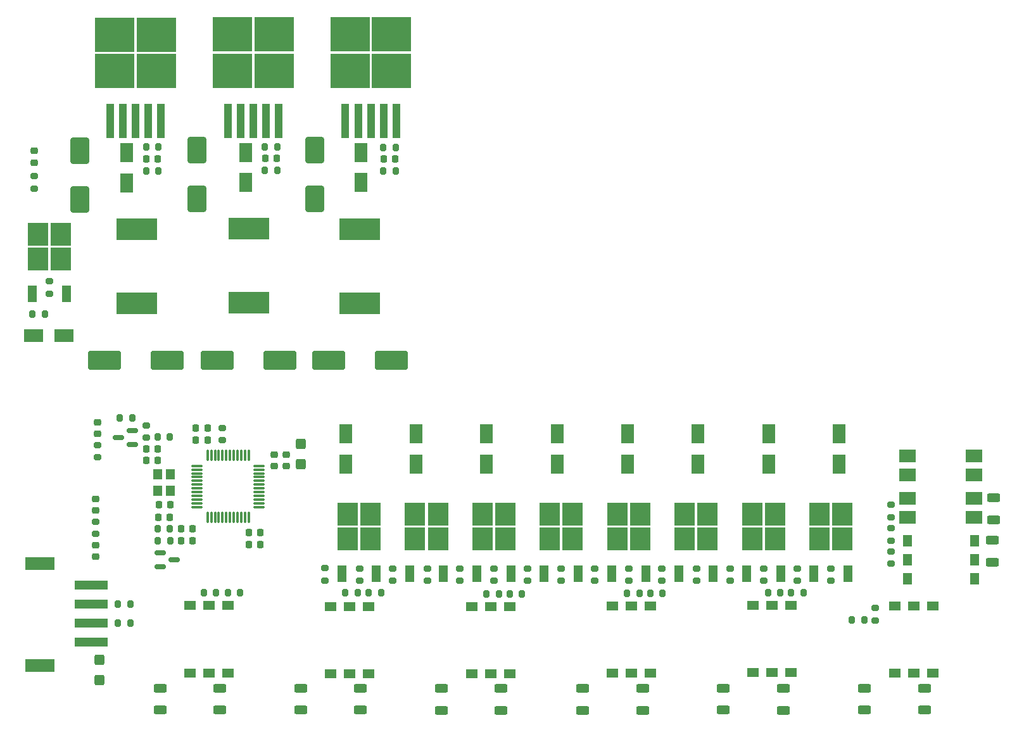
<source format=gbr>
%TF.GenerationSoftware,KiCad,Pcbnew,(6.0.0)*%
%TF.CreationDate,2022-03-30T16:25:39+04:00*%
%TF.ProjectId,Coffe_Machine_Gogokhia_Edition_SIMPLE,436f6666-655f-44d6-9163-68696e655f47,rev?*%
%TF.SameCoordinates,Original*%
%TF.FileFunction,Paste,Top*%
%TF.FilePolarity,Positive*%
%FSLAX46Y46*%
G04 Gerber Fmt 4.6, Leading zero omitted, Abs format (unit mm)*
G04 Created by KiCad (PCBNEW (6.0.0)) date 2022-03-30 16:25:39*
%MOMM*%
%LPD*%
G01*
G04 APERTURE LIST*
G04 Aperture macros list*
%AMRoundRect*
0 Rectangle with rounded corners*
0 $1 Rounding radius*
0 $2 $3 $4 $5 $6 $7 $8 $9 X,Y pos of 4 corners*
0 Add a 4 corners polygon primitive as box body*
4,1,4,$2,$3,$4,$5,$6,$7,$8,$9,$2,$3,0*
0 Add four circle primitives for the rounded corners*
1,1,$1+$1,$2,$3*
1,1,$1+$1,$4,$5*
1,1,$1+$1,$6,$7*
1,1,$1+$1,$8,$9*
0 Add four rect primitives between the rounded corners*
20,1,$1+$1,$2,$3,$4,$5,0*
20,1,$1+$1,$4,$5,$6,$7,0*
20,1,$1+$1,$6,$7,$8,$9,0*
20,1,$1+$1,$8,$9,$2,$3,0*%
G04 Aperture macros list end*
%ADD10RoundRect,0.250000X-1.950000X-1.000000X1.950000X-1.000000X1.950000X1.000000X-1.950000X1.000000X0*%
%ADD11RoundRect,0.225000X0.225000X0.250000X-0.225000X0.250000X-0.225000X-0.250000X0.225000X-0.250000X0*%
%ADD12RoundRect,0.250000X0.625000X-0.312500X0.625000X0.312500X-0.625000X0.312500X-0.625000X-0.312500X0*%
%ADD13RoundRect,0.225000X-0.225000X-0.250000X0.225000X-0.250000X0.225000X0.250000X-0.225000X0.250000X0*%
%ADD14RoundRect,0.200000X-0.200000X-0.275000X0.200000X-0.275000X0.200000X0.275000X-0.200000X0.275000X0*%
%ADD15RoundRect,0.225000X-0.250000X0.225000X-0.250000X-0.225000X0.250000X-0.225000X0.250000X0.225000X0*%
%ADD16R,1.800000X2.500000*%
%ADD17R,2.200000X1.700000*%
%ADD18R,2.750000X3.050000*%
%ADD19R,1.200000X2.200000*%
%ADD20RoundRect,0.250000X-0.625000X0.312500X-0.625000X-0.312500X0.625000X-0.312500X0.625000X0.312500X0*%
%ADD21R,1.500000X1.300000*%
%ADD22R,5.250000X4.550000*%
%ADD23R,1.100000X4.600000*%
%ADD24R,5.400000X2.900000*%
%ADD25RoundRect,0.200000X-0.275000X0.200000X-0.275000X-0.200000X0.275000X-0.200000X0.275000X0.200000X0*%
%ADD26R,1.300000X1.500000*%
%ADD27R,4.500000X1.300000*%
%ADD28R,3.900000X1.800000*%
%ADD29RoundRect,0.200000X0.200000X0.275000X-0.200000X0.275000X-0.200000X-0.275000X0.200000X-0.275000X0*%
%ADD30RoundRect,0.250000X0.425000X-0.450000X0.425000X0.450000X-0.425000X0.450000X-0.425000X-0.450000X0*%
%ADD31RoundRect,0.225000X0.250000X-0.225000X0.250000X0.225000X-0.250000X0.225000X-0.250000X-0.225000X0*%
%ADD32RoundRect,0.075000X-0.662500X-0.075000X0.662500X-0.075000X0.662500X0.075000X-0.662500X0.075000X0*%
%ADD33RoundRect,0.075000X-0.075000X-0.662500X0.075000X-0.662500X0.075000X0.662500X-0.075000X0.662500X0*%
%ADD34R,2.500000X1.800000*%
%ADD35RoundRect,0.200000X0.275000X-0.200000X0.275000X0.200000X-0.275000X0.200000X-0.275000X-0.200000X0*%
%ADD36RoundRect,0.150000X-0.587500X-0.150000X0.587500X-0.150000X0.587500X0.150000X-0.587500X0.150000X0*%
%ADD37RoundRect,0.250000X-0.425000X0.450000X-0.425000X-0.450000X0.425000X-0.450000X0.425000X0.450000X0*%
%ADD38RoundRect,0.250000X-1.000000X1.500000X-1.000000X-1.500000X1.000000X-1.500000X1.000000X1.500000X0*%
%ADD39RoundRect,0.150000X0.587500X0.150000X-0.587500X0.150000X-0.587500X-0.150000X0.587500X-0.150000X0*%
%ADD40R,1.200000X1.400000*%
%ADD41RoundRect,0.218750X0.256250X-0.218750X0.256250X0.218750X-0.256250X0.218750X-0.256250X-0.218750X0*%
G04 APERTURE END LIST*
D10*
%TO.C,C9*%
X66640000Y-77795000D03*
X75040000Y-77795000D03*
%TD*%
D11*
%TO.C,C11*%
X80408330Y-88445000D03*
X78858330Y-88445000D03*
%TD*%
D12*
%TO.C,R39*%
X130566670Y-124587500D03*
X130566670Y-121662500D03*
%TD*%
D13*
%TO.C,C15*%
X72185000Y-91195000D03*
X73735000Y-91195000D03*
%TD*%
D14*
%TO.C,R58*%
X158441670Y-108825000D03*
X160091670Y-108825000D03*
%TD*%
%TO.C,R37*%
X136501670Y-108925000D03*
X138151670Y-108925000D03*
%TD*%
D15*
%TO.C,C23*%
X65440000Y-102485000D03*
X65440000Y-104035000D03*
%TD*%
D16*
%TO.C,D6*%
X146000000Y-87625000D03*
X146000000Y-91625000D03*
%TD*%
D14*
%TO.C,R49*%
X98841670Y-108885000D03*
X100491670Y-108885000D03*
%TD*%
D10*
%TO.C,C5*%
X96580000Y-77745000D03*
X104980000Y-77745000D03*
%TD*%
D14*
%TO.C,R12*%
X72175000Y-52445000D03*
X73825000Y-52445000D03*
%TD*%
D17*
%TO.C,U5*%
X182891670Y-98738000D03*
X182891670Y-96198000D03*
X173991670Y-96205000D03*
X173991670Y-98745000D03*
%TD*%
D18*
%TO.C,Q2*%
X153227380Y-101700000D03*
X156277380Y-101700000D03*
X156277380Y-98350000D03*
X153227380Y-98350000D03*
D19*
X152472380Y-106325000D03*
X157032380Y-106325000D03*
%TD*%
D20*
%TO.C,R63*%
X176266670Y-121600000D03*
X176266670Y-124525000D03*
%TD*%
D21*
%TO.C,U14*%
X158406670Y-110525000D03*
X155866670Y-110525000D03*
X153326670Y-110525000D03*
X153326670Y-119525000D03*
X155866670Y-119525000D03*
X158406670Y-119525000D03*
%TD*%
D14*
%TO.C,R48*%
X83096670Y-108855000D03*
X84746670Y-108855000D03*
%TD*%
D13*
%TO.C,C6*%
X88125000Y-50815000D03*
X89675000Y-50815000D03*
%TD*%
%TO.C,C18*%
X73785000Y-98745000D03*
X75335000Y-98745000D03*
%TD*%
D20*
%TO.C,R15*%
X185466670Y-96162500D03*
X185466670Y-99087500D03*
%TD*%
D22*
%TO.C,U2*%
X105015000Y-34205000D03*
X99465000Y-39055000D03*
X105015000Y-39055000D03*
X99465000Y-34205000D03*
D23*
X98840000Y-45780000D03*
X100540000Y-45780000D03*
X102240000Y-45780000D03*
X103940000Y-45780000D03*
X105640000Y-45780000D03*
%TD*%
D18*
%TO.C,Q1*%
X162241670Y-101700000D03*
X165291670Y-98350000D03*
X165291670Y-101700000D03*
X162241670Y-98350000D03*
D19*
X161486670Y-106325000D03*
X166046670Y-106325000D03*
%TD*%
D24*
%TO.C,L1*%
X85921000Y-60205000D03*
X85921000Y-70105000D03*
%TD*%
%TO.C,L2*%
X100780000Y-60265000D03*
X100780000Y-70165000D03*
%TD*%
D25*
%TO.C,R29*%
X163766670Y-105600000D03*
X163766670Y-107250000D03*
%TD*%
%TO.C,R27*%
X127666670Y-105600000D03*
X127666670Y-107250000D03*
%TD*%
D14*
%TO.C,R25*%
X68439000Y-112931000D03*
X70089000Y-112931000D03*
%TD*%
D26*
%TO.C,U6*%
X173966670Y-101885000D03*
X173966670Y-104425000D03*
X173966670Y-106965000D03*
X182966670Y-106965000D03*
X182966670Y-104425000D03*
X182966670Y-101885000D03*
%TD*%
D22*
%TO.C,U7*%
X67995000Y-39085000D03*
X73545000Y-39085000D03*
X73545000Y-34235000D03*
X67995000Y-34235000D03*
D23*
X67370000Y-45810000D03*
X69070000Y-45810000D03*
X70770000Y-45810000D03*
X72470000Y-45810000D03*
X74170000Y-45810000D03*
%TD*%
D27*
%TO.C,J19*%
X64816670Y-115477000D03*
X64816670Y-112937000D03*
X64816670Y-110397000D03*
X64816670Y-107857000D03*
D28*
X58016670Y-104967000D03*
X58016670Y-118627000D03*
%TD*%
D18*
%TO.C,Q4*%
X144213095Y-98350000D03*
X147263095Y-98350000D03*
X147263095Y-101700000D03*
X144213095Y-101700000D03*
D19*
X143458095Y-106325000D03*
X148018095Y-106325000D03*
%TD*%
D16*
%TO.C,D7*%
X127146668Y-87625000D03*
X127146668Y-91625000D03*
%TD*%
D29*
%TO.C,R57*%
X168191670Y-112525000D03*
X166541670Y-112525000D03*
%TD*%
D30*
%TO.C,C26*%
X92900000Y-91675000D03*
X92900000Y-88975000D03*
%TD*%
D31*
%TO.C,C12*%
X89360000Y-91920000D03*
X89360000Y-90370000D03*
%TD*%
D14*
%TO.C,R35*%
X139601670Y-108925000D03*
X141251670Y-108925000D03*
%TD*%
D16*
%TO.C,D10*%
X117720002Y-87625000D03*
X117720002Y-91625000D03*
%TD*%
%TO.C,D2*%
X85480000Y-50015000D03*
X85480000Y-54015000D03*
%TD*%
D18*
%TO.C,Q9*%
X108155955Y-98350000D03*
X111205955Y-101700000D03*
X108155955Y-101700000D03*
X111205955Y-98350000D03*
D19*
X107400955Y-106325000D03*
X111960955Y-106325000D03*
%TD*%
D25*
%TO.C,R19*%
X132166670Y-105600000D03*
X132166670Y-107250000D03*
%TD*%
D32*
%TO.C,U9*%
X78997500Y-91895000D03*
X78997500Y-92395000D03*
X78997500Y-92895000D03*
X78997500Y-93395000D03*
X78997500Y-93895000D03*
X78997500Y-94395000D03*
X78997500Y-94895000D03*
X78997500Y-95395000D03*
X78997500Y-95895000D03*
X78997500Y-96395000D03*
X78997500Y-96895000D03*
X78997500Y-97395000D03*
D33*
X80410000Y-98807500D03*
X80910000Y-98807500D03*
X81410000Y-98807500D03*
X81910000Y-98807500D03*
X82410000Y-98807500D03*
X82910000Y-98807500D03*
X83410000Y-98807500D03*
X83910000Y-98807500D03*
X84410000Y-98807500D03*
X84910000Y-98807500D03*
X85410000Y-98807500D03*
X85910000Y-98807500D03*
D32*
X87322500Y-97395000D03*
X87322500Y-96895000D03*
X87322500Y-96395000D03*
X87322500Y-95895000D03*
X87322500Y-95395000D03*
X87322500Y-94895000D03*
X87322500Y-94395000D03*
X87322500Y-93895000D03*
X87322500Y-93395000D03*
X87322500Y-92895000D03*
X87322500Y-92395000D03*
X87322500Y-91895000D03*
D33*
X85910000Y-90482500D03*
X85410000Y-90482500D03*
X84910000Y-90482500D03*
X84410000Y-90482500D03*
X83910000Y-90482500D03*
X83410000Y-90482500D03*
X82910000Y-90482500D03*
X82410000Y-90482500D03*
X81910000Y-90482500D03*
X81410000Y-90482500D03*
X80910000Y-90482500D03*
X80410000Y-90482500D03*
%TD*%
D25*
%TO.C,R13*%
X123166670Y-105600000D03*
X123166670Y-107250000D03*
%TD*%
D34*
%TO.C,D13*%
X57170000Y-74485000D03*
X61170000Y-74485000D03*
%TD*%
D25*
%TO.C,R34*%
X154766670Y-105600000D03*
X154766670Y-107250000D03*
%TD*%
%TO.C,R7*%
X159266670Y-105600000D03*
X159266670Y-107250000D03*
%TD*%
D13*
%TO.C,C17*%
X85895000Y-100845000D03*
X87445000Y-100845000D03*
%TD*%
D25*
%TO.C,R8*%
X150266670Y-105600000D03*
X150266670Y-107250000D03*
%TD*%
D29*
%TO.C,R2*%
X89725000Y-49265000D03*
X88075000Y-49265000D03*
%TD*%
D25*
%TO.C,R26*%
X82413330Y-86810000D03*
X82413330Y-88460000D03*
%TD*%
D11*
%TO.C,C13*%
X80408330Y-86855000D03*
X78858330Y-86855000D03*
%TD*%
D22*
%TO.C,U1*%
X89280000Y-34215000D03*
X83730000Y-34215000D03*
X89280000Y-39065000D03*
X83730000Y-39065000D03*
D23*
X83105000Y-45790000D03*
X84805000Y-45790000D03*
X86505000Y-45790000D03*
X88205000Y-45790000D03*
X89905000Y-45790000D03*
%TD*%
D25*
%TO.C,R20*%
X114166670Y-105600000D03*
X114166670Y-107250000D03*
%TD*%
D35*
%TO.C,R18*%
X171756670Y-104990000D03*
X171756670Y-103340000D03*
%TD*%
%TO.C,R56*%
X59260000Y-68890000D03*
X59260000Y-67240000D03*
%TD*%
D21*
%TO.C,U11*%
X139606670Y-110625000D03*
X137066670Y-110625000D03*
X134526670Y-110625000D03*
X134526670Y-119625000D03*
X137066670Y-119625000D03*
X139606670Y-119625000D03*
%TD*%
D14*
%TO.C,R38*%
X117701670Y-109025000D03*
X119351670Y-109025000D03*
%TD*%
D13*
%TO.C,C16*%
X73868330Y-97105000D03*
X75418330Y-97105000D03*
%TD*%
D16*
%TO.C,D4*%
X164853332Y-87625000D03*
X164853332Y-91625000D03*
%TD*%
D14*
%TO.C,R60*%
X155341670Y-108825000D03*
X156991670Y-108825000D03*
%TD*%
D15*
%TO.C,C24*%
X65700000Y-86040000D03*
X65700000Y-87590000D03*
%TD*%
D20*
%TO.C,R41*%
X138566670Y-121662500D03*
X138566670Y-124587500D03*
%TD*%
D21*
%TO.C,U8*%
X101906670Y-110685000D03*
X99366670Y-110685000D03*
X96826670Y-110685000D03*
X96826670Y-119685000D03*
X99366670Y-119685000D03*
X101906670Y-119685000D03*
%TD*%
D31*
%TO.C,C14*%
X90960000Y-91930000D03*
X90960000Y-90380000D03*
%TD*%
D12*
%TO.C,R62*%
X149366670Y-124525000D03*
X149366670Y-121600000D03*
%TD*%
D16*
%TO.C,D9*%
X136573334Y-87625000D03*
X136573334Y-91625000D03*
%TD*%
D35*
%TO.C,R43*%
X65700000Y-90740000D03*
X65700000Y-89090000D03*
%TD*%
D36*
%TO.C,U3*%
X74082500Y-103505000D03*
X74082500Y-105405000D03*
X75957500Y-104455000D03*
%TD*%
D13*
%TO.C,C22*%
X76865000Y-100325000D03*
X78415000Y-100325000D03*
%TD*%
D16*
%TO.C,D12*%
X69620000Y-50035000D03*
X69620000Y-54035000D03*
%TD*%
D24*
%TO.C,L3*%
X70940000Y-60265000D03*
X70940000Y-70165000D03*
%TD*%
D25*
%TO.C,R14*%
X105166670Y-105600000D03*
X105166670Y-107250000D03*
%TD*%
%TO.C,R28*%
X109766670Y-105600000D03*
X109766670Y-107250000D03*
%TD*%
D18*
%TO.C,Q15*%
X57765000Y-60900000D03*
X60815000Y-64250000D03*
X57765000Y-64250000D03*
X60815000Y-60900000D03*
D19*
X57010000Y-68875000D03*
X61570000Y-68875000D03*
%TD*%
D13*
%TO.C,C21*%
X76865000Y-101925000D03*
X78415000Y-101925000D03*
%TD*%
D16*
%TO.C,D8*%
X108293336Y-87625000D03*
X108293336Y-91625000D03*
%TD*%
%TO.C,D11*%
X98866670Y-87625000D03*
X98866670Y-91625000D03*
%TD*%
D25*
%TO.C,R32*%
X118666670Y-105600000D03*
X118666670Y-107250000D03*
%TD*%
D10*
%TO.C,C4*%
X81710000Y-77775000D03*
X90110000Y-77775000D03*
%TD*%
D21*
%TO.C,U10*%
X83106670Y-110565000D03*
X80566670Y-110565000D03*
X78026670Y-110565000D03*
X78026670Y-119565000D03*
X80566670Y-119565000D03*
X83106670Y-119565000D03*
%TD*%
D25*
%TO.C,R30*%
X145766670Y-105600000D03*
X145766670Y-107250000D03*
%TD*%
D12*
%TO.C,R61*%
X168266670Y-124525000D03*
X168266670Y-121600000D03*
%TD*%
D21*
%TO.C,U13*%
X177406670Y-110625000D03*
X174866670Y-110625000D03*
X172326670Y-110625000D03*
X172326670Y-119625000D03*
X174866670Y-119625000D03*
X177406670Y-119625000D03*
%TD*%
D20*
%TO.C,R64*%
X157366670Y-121662500D03*
X157366670Y-124587500D03*
%TD*%
D13*
%TO.C,C7*%
X103935000Y-50875000D03*
X105485000Y-50875000D03*
%TD*%
D37*
%TO.C,C25*%
X65962000Y-117851000D03*
X65962000Y-120551000D03*
%TD*%
D29*
%TO.C,R6*%
X75395000Y-101905000D03*
X73745000Y-101905000D03*
%TD*%
D16*
%TO.C,D3*%
X100940000Y-50005000D03*
X100940000Y-54005000D03*
%TD*%
D25*
%TO.C,R59*%
X169666670Y-110900000D03*
X169666670Y-112550000D03*
%TD*%
D16*
%TO.C,D5*%
X155426666Y-87625000D03*
X155426666Y-91625000D03*
%TD*%
D38*
%TO.C,C3*%
X94770000Y-49675000D03*
X94770000Y-56175000D03*
%TD*%
D14*
%TO.C,R5*%
X103885000Y-52455000D03*
X105535000Y-52455000D03*
%TD*%
D31*
%TO.C,C27*%
X65440000Y-97860000D03*
X65440000Y-96310000D03*
%TD*%
D25*
%TO.C,R10*%
X141166670Y-105600000D03*
X141166670Y-107250000D03*
%TD*%
D18*
%TO.C,Q6*%
X126184525Y-98350000D03*
X129234525Y-101700000D03*
X129234525Y-98350000D03*
X126184525Y-101700000D03*
D19*
X125429525Y-106325000D03*
X129989525Y-106325000D03*
%TD*%
D14*
%TO.C,R46*%
X73725000Y-88035000D03*
X75375000Y-88035000D03*
%TD*%
D25*
%TO.C,R33*%
X100766670Y-105600000D03*
X100766670Y-107250000D03*
%TD*%
D14*
%TO.C,R4*%
X88085000Y-52415000D03*
X89735000Y-52415000D03*
%TD*%
%TO.C,R23*%
X68439000Y-110391000D03*
X70089000Y-110391000D03*
%TD*%
D18*
%TO.C,Q12*%
X102191670Y-101700000D03*
X99141670Y-101700000D03*
X99141670Y-98350000D03*
X102191670Y-98350000D03*
D19*
X98386670Y-106325000D03*
X102946670Y-106325000D03*
%TD*%
D35*
%TO.C,R17*%
X171756670Y-101890000D03*
X171756670Y-100240000D03*
%TD*%
D14*
%TO.C,R36*%
X120801670Y-109025000D03*
X122451670Y-109025000D03*
%TD*%
D20*
%TO.C,R42*%
X119666670Y-121662500D03*
X119666670Y-124587500D03*
%TD*%
D21*
%TO.C,U12*%
X120806670Y-110725000D03*
X118266670Y-110725000D03*
X115726670Y-110725000D03*
X115726670Y-119725000D03*
X118266670Y-119725000D03*
X120806670Y-119725000D03*
%TD*%
D20*
%TO.C,R54*%
X82066670Y-121602500D03*
X82066670Y-124527500D03*
%TD*%
D12*
%TO.C,R52*%
X74066670Y-124527500D03*
X74066670Y-121602500D03*
%TD*%
D35*
%TO.C,R1*%
X57230000Y-54800000D03*
X57230000Y-53150000D03*
%TD*%
D12*
%TO.C,R40*%
X111666670Y-124587500D03*
X111666670Y-121662500D03*
%TD*%
D13*
%TO.C,C19*%
X85905000Y-102435000D03*
X87455000Y-102435000D03*
%TD*%
D39*
%TO.C,Q5*%
X70337500Y-89065000D03*
X70337500Y-87165000D03*
X68462500Y-88115000D03*
%TD*%
D25*
%TO.C,R31*%
X136766670Y-105600000D03*
X136766670Y-107250000D03*
%TD*%
D35*
%TO.C,R16*%
X171766670Y-98750000D03*
X171766670Y-97100000D03*
%TD*%
D29*
%TO.C,R11*%
X73825000Y-49265000D03*
X72175000Y-49265000D03*
%TD*%
D12*
%TO.C,R21*%
X185366670Y-104787500D03*
X185366670Y-101862500D03*
%TD*%
D35*
%TO.C,R9*%
X65440000Y-101010000D03*
X65440000Y-99360000D03*
%TD*%
D25*
%TO.C,R22*%
X96126670Y-105585000D03*
X96126670Y-107235000D03*
%TD*%
D11*
%TO.C,C28*%
X73735000Y-89645000D03*
X72185000Y-89645000D03*
%TD*%
D38*
%TO.C,C2*%
X63330000Y-49757500D03*
X63330000Y-56257500D03*
%TD*%
D17*
%TO.C,U4*%
X182891670Y-93138000D03*
X182891670Y-90598000D03*
X173991670Y-90605000D03*
X173991670Y-93145000D03*
%TD*%
D29*
%TO.C,R55*%
X58655000Y-71615000D03*
X57005000Y-71615000D03*
%TD*%
D14*
%TO.C,R50*%
X79916670Y-108815000D03*
X81566670Y-108815000D03*
%TD*%
%TO.C,R47*%
X101941670Y-108885000D03*
X103591670Y-108885000D03*
%TD*%
D40*
%TO.C,Y1*%
X73710000Y-93045000D03*
X73710000Y-95245000D03*
X75410000Y-95245000D03*
X75410000Y-93045000D03*
%TD*%
D12*
%TO.C,R51*%
X92866670Y-124547500D03*
X92866670Y-121622500D03*
%TD*%
D41*
%TO.C,D1*%
X57230000Y-51362500D03*
X57230000Y-49787500D03*
%TD*%
D13*
%TO.C,C10*%
X72225000Y-50865000D03*
X73775000Y-50865000D03*
%TD*%
D25*
%TO.C,R45*%
X72200000Y-86490000D03*
X72200000Y-88140000D03*
%TD*%
D14*
%TO.C,R24*%
X73735000Y-100345000D03*
X75385000Y-100345000D03*
%TD*%
%TO.C,R44*%
X68675000Y-85515000D03*
X70325000Y-85515000D03*
%TD*%
D29*
%TO.C,R3*%
X105535000Y-49305000D03*
X103885000Y-49305000D03*
%TD*%
D38*
%TO.C,C8*%
X79000000Y-49675000D03*
X79000000Y-56175000D03*
%TD*%
D18*
%TO.C,Q11*%
X120220240Y-98350000D03*
X117170240Y-101700000D03*
X117170240Y-98350000D03*
X120220240Y-101700000D03*
D19*
X116415240Y-106325000D03*
X120975240Y-106325000D03*
%TD*%
D18*
%TO.C,Q10*%
X138248810Y-101700000D03*
X138248810Y-98350000D03*
X135198810Y-101700000D03*
X135198810Y-98350000D03*
D19*
X134443810Y-106325000D03*
X139003810Y-106325000D03*
%TD*%
D20*
%TO.C,R53*%
X100866670Y-121622500D03*
X100866670Y-124547500D03*
%TD*%
M02*

</source>
